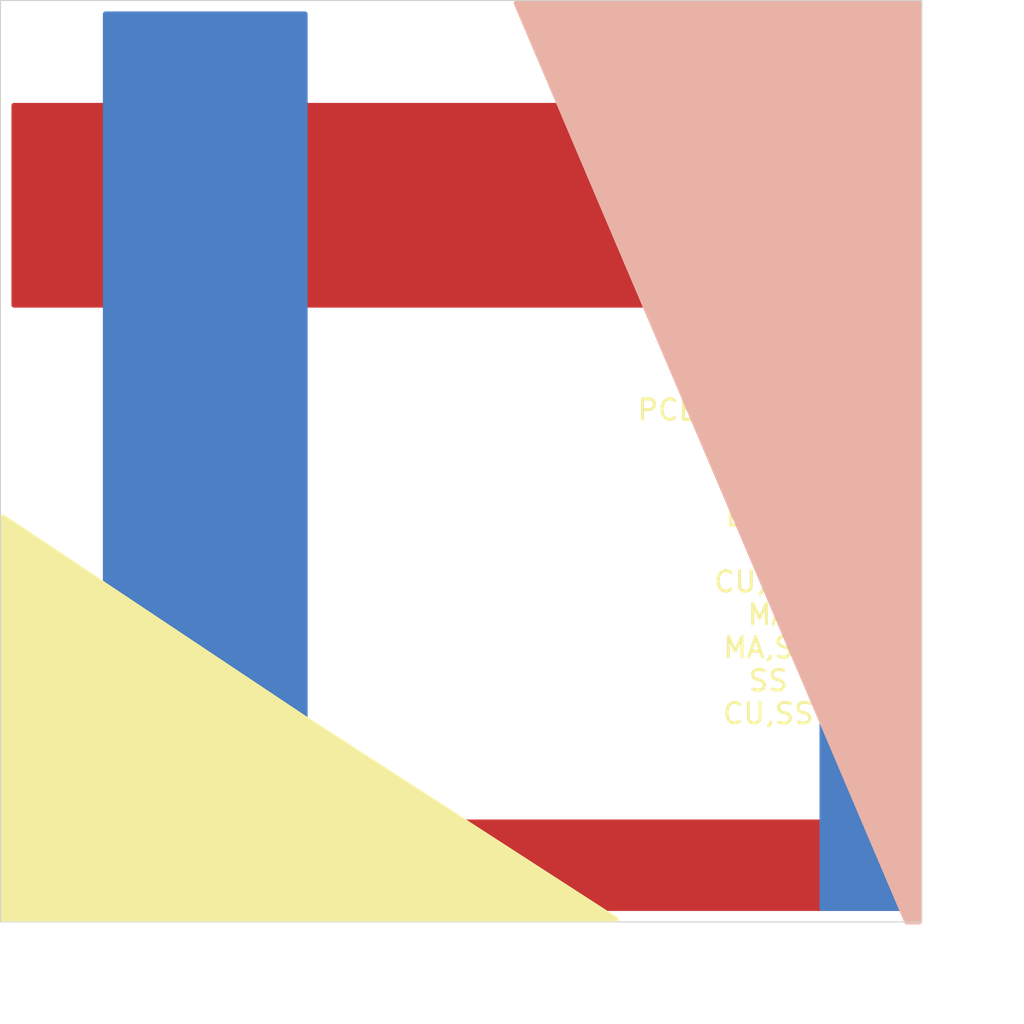
<source format=kicad_pcb>
(kicad_pcb (version 20171130) (host pcbnew 5.1.6-c6e7f7d~87~ubuntu20.04.1)

  (general
    (thickness 1.6)
    (drawings 6)
    (tracks 0)
    (zones 0)
    (modules 0)
    (nets 1)
  )

  (page A4)
  (layers
    (0 F.Cu signal)
    (31 B.Cu signal)
    (32 B.Adhes user)
    (33 F.Adhes user)
    (34 B.Paste user)
    (35 F.Paste user)
    (36 B.SilkS user)
    (37 F.SilkS user)
    (38 B.Mask user)
    (39 F.Mask user)
    (40 Dwgs.User user)
    (41 Cmts.User user)
    (42 Eco1.User user)
    (43 Eco2.User user)
    (44 Edge.Cuts user)
    (45 Margin user)
    (46 B.CrtYd user)
    (47 F.CrtYd user)
    (48 B.Fab user)
    (49 F.Fab user)
  )

  (setup
    (last_trace_width 0.25)
    (trace_clearance 0.2)
    (zone_clearance 0.508)
    (zone_45_only no)
    (trace_min 0.2)
    (via_size 0.8)
    (via_drill 0.4)
    (via_min_size 0.4)
    (via_min_drill 0.3)
    (uvia_size 0.3)
    (uvia_drill 0.1)
    (uvias_allowed no)
    (uvia_min_size 0.2)
    (uvia_min_drill 0.1)
    (edge_width 0.05)
    (segment_width 0.2)
    (pcb_text_width 0.3)
    (pcb_text_size 1.5 1.5)
    (mod_edge_width 0.12)
    (mod_text_size 1 1)
    (mod_text_width 0.15)
    (pad_size 1.524 1.524)
    (pad_drill 0.762)
    (pad_to_mask_clearance 0.05)
    (aux_axis_origin 0 0)
    (visible_elements FFFFFF7F)
    (pcbplotparams
      (layerselection 0x010fc_ffffffff)
      (usegerberextensions false)
      (usegerberattributes true)
      (usegerberadvancedattributes true)
      (creategerberjobfile true)
      (excludeedgelayer true)
      (linewidth 0.100000)
      (plotframeref false)
      (viasonmask false)
      (mode 1)
      (useauxorigin false)
      (hpglpennumber 1)
      (hpglpenspeed 20)
      (hpglpendiameter 15.000000)
      (psnegative false)
      (psa4output false)
      (plotreference true)
      (plotvalue true)
      (plotinvisibletext false)
      (padsonsilk false)
      (subtractmaskfromsilk false)
      (outputformat 1)
      (mirror false)
      (drillshape 1)
      (scaleselection 1)
      (outputdirectory ""))
  )

  (net 0 "")

  (net_class Default "This is the default net class."
    (clearance 0.2)
    (trace_width 0.25)
    (via_dia 0.8)
    (via_drill 0.4)
    (uvia_dia 0.3)
    (uvia_drill 0.1)
  )

  (gr_text "Blank\nCU\nCU, MA\nMA\nMA,SS\nSS\nCU,SS" (at 137.5 80) (layer F.SilkS)
    (effects (font (size 1 1) (thickness 0.15)))
  )
  (gr_text "PCB Test Swatch" (at 137.5 70) (layer F.SilkS)
    (effects (font (size 1 1) (thickness 0.15)))
  )
  (gr_line (start 100 95) (end 100 50) (layer Edge.Cuts) (width 0.05) (tstamp 5F4A64E8))
  (gr_line (start 145 95) (end 100 95) (layer Edge.Cuts) (width 0.05))
  (gr_line (start 145 50) (end 145 95) (layer Edge.Cuts) (width 0.05))
  (gr_line (start 100 50) (end 145 50) (layer Edge.Cuts) (width 0.05))

  (zone (net 0) (net_name "") (layer F.Cu) (tstamp 0) (hatch edge 0.508)
    (connect_pads (clearance 0.508))
    (min_thickness 0.254)
    (fill yes (arc_segments 32) (thermal_gap 0.508) (thermal_bridge_width 0.508))
    (polygon
      (pts
        (xy 150 65) (xy 100 65) (xy 100 55) (xy 150 55)
      )
    )
    (filled_polygon
      (pts
        (xy 144.34 64.873) (xy 100.66 64.873) (xy 100.66 55.127) (xy 144.34 55.127)
      )
    )
  )
  (zone (net 0) (net_name "") (layer B.Cu) (tstamp 0) (hatch edge 0.508)
    (connect_pads (clearance 0.508))
    (min_thickness 0.254)
    (fill yes (arc_segments 32) (thermal_gap 0.508) (thermal_bridge_width 0.508))
    (polygon
      (pts
        (xy 115 100) (xy 105 100) (xy 105 50) (xy 115 50)
      )
    )
    (filled_polygon
      (pts
        (xy 114.873 94.34) (xy 105.127 94.34) (xy 105.127 50.66) (xy 114.873 50.66)
      )
    )
  )
  (zone (net 0) (net_name "") (layer F.Cu) (tstamp 0) (hatch edge 0.508)
    (connect_pads (clearance 0.508))
    (min_thickness 0.254)
    (fill yes (arc_segments 32) (thermal_gap 0.508) (thermal_bridge_width 0.508))
    (polygon
      (pts
        (xy 150 95) (xy 100 95) (xy 100 90) (xy 150 90)
      )
    )
    (filled_polygon
      (pts
        (xy 144.340001 94.34) (xy 100.66 94.34) (xy 100.66 90.127) (xy 144.340001 90.127)
      )
    )
  )
  (zone (net 0) (net_name "") (layer B.Cu) (tstamp 0) (hatch edge 0.508)
    (connect_pads (clearance 0.508))
    (min_thickness 0.254)
    (fill yes (arc_segments 32) (thermal_gap 0.508) (thermal_bridge_width 0.508))
    (polygon
      (pts
        (xy 145 100) (xy 140 100) (xy 140 50) (xy 145 50)
      )
    )
    (filled_polygon
      (pts
        (xy 144.340001 94.34) (xy 140.127 94.34) (xy 140.127 50.66) (xy 144.34 50.66)
      )
    )
  )
  (zone (net 0) (net_name "") (layer F.Mask) (tstamp 0) (hatch edge 0.508)
    (connect_pads (clearance 0.508))
    (min_thickness 0.254)
    (fill yes (arc_segments 32) (thermal_gap 0.508) (thermal_bridge_width 0.508))
    (polygon
      (pts
        (xy 150 75) (xy 100 75) (xy 100 60) (xy 150 60)
      )
    )
    (filled_polygon
      (pts
        (xy 145 74.873) (xy 100.127 74.873) (xy 100.127 60.127) (xy 145 60.127)
      )
    )
  )
  (zone (net 0) (net_name "") (layer B.Mask) (tstamp 0) (hatch edge 0.508)
    (connect_pads (clearance 0.508))
    (min_thickness 0.254)
    (fill yes (arc_segments 32) (thermal_gap 0.508) (thermal_bridge_width 0.508))
    (polygon
      (pts
        (xy 125 100) (xy 110 100) (xy 110 50) (xy 125 50)
      )
    )
    (filled_polygon
      (pts
        (xy 124.873 95) (xy 110.127 95) (xy 110.127 50.127) (xy 124.873 50.127)
      )
    )
  )
  (zone (net 0) (net_name "") (layer F.SilkS) (tstamp 0) (hatch edge 0.508)
    (connect_pads (clearance 0.508))
    (min_thickness 0.254)
    (fill yes (arc_segments 32) (thermal_gap 0.508) (thermal_bridge_width 0.508))
    (polygon
      (pts
        (xy 130.479143 95) (xy 100 95) (xy 100 75) (xy 115 85)
      )
    )
    (filled_polygon
      (pts
        (xy 114.929553 85.10567) (xy 114.931084 85.106675) (xy 130.048518 94.873) (xy 100.127 94.873) (xy 100.127 75.237301)
      )
    )
  )
  (zone (net 0) (net_name "") (layer B.SilkS) (tstamp 0) (hatch edge 0.508)
    (connect_pads (clearance 0.508))
    (min_thickness 0.254)
    (fill yes (arc_segments 32) (thermal_gap 0.508) (thermal_bridge_width 0.508))
    (polygon
      (pts
        (xy 145 96.52) (xy 144.78 96.52) (xy 125 50) (xy 145 50)
      )
    )
    (filled_polygon
      (pts
        (xy 144.873 95) (xy 144.271709 95) (xy 125.192003 50.127) (xy 144.873 50.127)
      )
    )
  )
)

</source>
